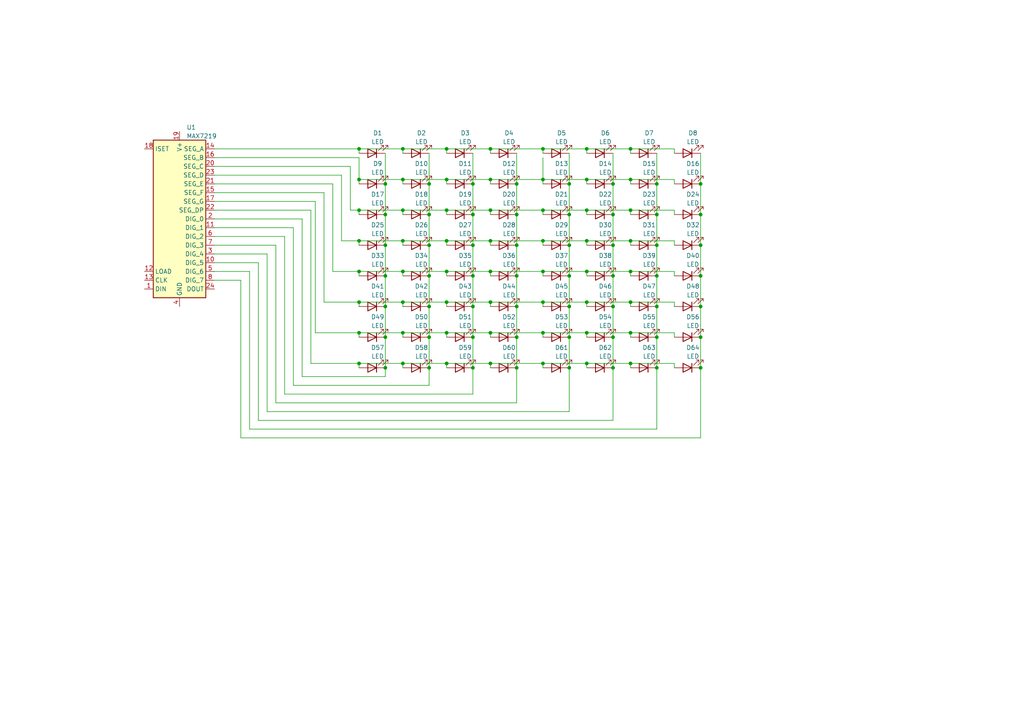
<source format=kicad_sch>
(kicad_sch (version 20211123) (generator eeschema)
  (paper "A4")
  (lib_symbols
    (symbol "Device:LED" (pin_numbers hide) (pin_names (offset 1.016) hide)
      (property "Reference" "D" (at 0 2.54 0))
      (property "Value" "LED" (at 0 -2.54 0))
      (symbol "LED_0_1"
        (polyline (pts (xy -1.27 -1.27) (xy -1.27 1.27)) (stroke (width 0.254)))
        (polyline (pts (xy -1.27 0) (xy 1.27 0)))
        (polyline (pts (xy 1.27 -1.27) (xy 1.27 1.27) (xy -1.27 0) (xy 1.27 -1.27)) (stroke (width 0.254)))
        (polyline (pts (xy -3.048 -0.762) (xy -4.572 -2.286) (xy -3.81 -2.286) (xy -4.572 -2.286) (xy -4.572 -1.524)))
        (polyline (pts (xy -1.778 -0.762) (xy -3.302 -2.286) (xy -2.54 -2.286) (xy -3.302 -2.286) (xy -3.302 -1.524)))
      )
      (symbol "LED_1_1"
        (pin passive line (at -3.81 0 0) (length 2.54) (name "K") (number "1"))
        (pin passive line (at 3.81 0 180) (length 2.54) (name "A") (number "2"))
      )
    )
    (symbol "Driver_LED:MAX7219"
      (property "Reference" "U" (at -6.35 24.13 0))
      (property "Value" "MAX7219" (at 1.27 25.4 0))
      (symbol "MAX7219_0_1"
        (rectangle (start -7.62 22.86) (end 7.62 -22.86) (stroke (width 0.254)) (fill (type background)))
      )
      (symbol "MAX7219_1_1"
        (pin input line (at -10.16 -20.32 0) (length 2.54) (name "DIN") (number "1"))
        (pin output line (at 10.16 -12.7 180) (length 2.54) (name "DIG_5") (number "10"))
        (pin output line (at 10.16 -2.54 180) (length 2.54) (name "DIG_1") (number "11"))
        (pin input line (at -10.16 -15.24 0) (length 2.54) (name "LOAD") (number "12"))
        (pin input line (at -10.16 -17.78 0) (length 2.54) (name "CLK") (number "13"))
        (pin output line (at 10.16 20.32 180) (length 2.54) (name "SEG_A") (number "14"))
        (pin output line (at 10.16 7.62 180) (length 2.54) (name "SEG_F") (number "15"))
        (pin output line (at 10.16 17.78 180) (length 2.54) (name "SEG_B") (number "16"))
        (pin output line (at 10.16 5.08 180) (length 2.54) (name "SEG_G") (number "17"))
        (pin input line (at -10.16 20.32 0) (length 2.54) (name "ISET") (number "18"))
        (pin power_in line (at 0 25.4 270) (length 2.54) (name "V+") (number "19"))
        (pin output line (at 10.16 0 180) (length 2.54) (name "DIG_0") (number "2"))
        (pin output line (at 10.16 15.24 180) (length 2.54) (name "SEG_C") (number "20"))
        (pin output line (at 10.16 10.16 180) (length 2.54) (name "SEG_E") (number "21"))
        (pin output line (at 10.16 2.54 180) (length 2.54) (name "SEG_DP") (number "22"))
        (pin output line (at 10.16 12.7 180) (length 2.54) (name "SEG_D") (number "23"))
        (pin output line (at 10.16 -20.32 180) (length 2.54) (name "DOUT") (number "24"))
        (pin output line (at 10.16 -10.16 180) (length 2.54) (name "DIG_4") (number "3"))
        (pin power_in line (at 0 -25.4 90) (length 2.54) (name "GND") (number "4"))
        (pin output line (at 10.16 -15.24 180) (length 2.54) (name "DIG_6") (number "5"))
        (pin output line (at 10.16 -5.08 180) (length 2.54) (name "DIG_2") (number "6"))
        (pin output line (at 10.16 -7.62 180) (length 2.54) (name "DIG_3") (number "7"))
        (pin output line (at 10.16 -17.78 180) (length 2.54) (name "DIG_7") (number "8"))
        (pin passive line (at 0 -25.4 90) (length 2.54) hide (name "GND") (number "9"))
      )
    )
  )
  (junction (at 190.5 80.01))
  (junction (at 104.14 60.96))
  (junction (at 190.5 62.23))
  (junction (at 111.76 106.68))
  (junction (at 170.18 43.18))
  (junction (at 149.86 106.68))
  (junction (at 165.1 62.23))
  (junction (at 111.76 88.9))
  (junction (at 165.1 106.68))
  (junction (at 157.48 69.85))
  (junction (at 177.8 106.68))
  (junction (at 170.18 52.07))
  (junction (at 203.2 97.79))
  (junction (at 182.88 105.41))
  (junction (at 182.88 69.85))
  (junction (at 203.2 71.12))
  (junction (at 104.14 96.52))
  (junction (at 111.76 62.23))
  (junction (at 190.5 71.12))
  (junction (at 129.54 60.96))
  (junction (at 182.88 96.52))
  (junction (at 104.14 87.63))
  (junction (at 137.16 88.9))
  (junction (at 170.18 69.85))
  (junction (at 190.5 53.34))
  (junction (at 111.76 53.34))
  (junction (at 157.48 105.41))
  (junction (at 129.54 52.07))
  (junction (at 104.14 52.07))
  (junction (at 124.46 71.12))
  (junction (at 111.76 71.12))
  (junction (at 203.2 80.01))
  (junction (at 149.86 62.23))
  (junction (at 129.54 87.63))
  (junction (at 124.46 106.68))
  (junction (at 170.18 96.52))
  (junction (at 142.24 87.63))
  (junction (at 124.46 62.23))
  (junction (at 149.86 80.01))
  (junction (at 177.8 97.79))
  (junction (at 177.8 53.34))
  (junction (at 137.16 80.01))
  (junction (at 142.24 69.85))
  (junction (at 137.16 62.23))
  (junction (at 182.88 78.74))
  (junction (at 182.88 52.07))
  (junction (at 157.48 87.63))
  (junction (at 116.84 105.41))
  (junction (at 142.24 43.18))
  (junction (at 157.48 43.18))
  (junction (at 165.1 97.79))
  (junction (at 165.1 80.01))
  (junction (at 165.1 88.9))
  (junction (at 142.24 105.41))
  (junction (at 182.88 60.96))
  (junction (at 137.16 71.12))
  (junction (at 177.8 80.01))
  (junction (at 129.54 43.18))
  (junction (at 203.2 106.68))
  (junction (at 157.48 60.96))
  (junction (at 104.14 43.18))
  (junction (at 116.84 96.52))
  (junction (at 111.76 80.01))
  (junction (at 177.8 62.23))
  (junction (at 116.84 87.63))
  (junction (at 190.5 97.79))
  (junction (at 157.48 78.74))
  (junction (at 203.2 88.9))
  (junction (at 149.86 53.34))
  (junction (at 129.54 78.74))
  (junction (at 170.18 60.96))
  (junction (at 203.2 62.23))
  (junction (at 142.24 96.52))
  (junction (at 116.84 69.85))
  (junction (at 104.14 78.74))
  (junction (at 149.86 71.12))
  (junction (at 149.86 88.9))
  (junction (at 137.16 106.68))
  (junction (at 116.84 43.18))
  (junction (at 137.16 53.34))
  (junction (at 104.14 105.41))
  (junction (at 142.24 52.07))
  (junction (at 182.88 87.63))
  (junction (at 149.86 97.79))
  (junction (at 170.18 78.74))
  (junction (at 104.14 69.85))
  (junction (at 124.46 88.9))
  (junction (at 157.48 96.52))
  (junction (at 190.5 106.68))
  (junction (at 116.84 78.74))
  (junction (at 177.8 88.9))
  (junction (at 124.46 53.34))
  (junction (at 142.24 60.96))
  (junction (at 129.54 105.41))
  (junction (at 170.18 105.41))
  (junction (at 190.5 88.9))
  (junction (at 203.2 53.34))
  (junction (at 129.54 96.52))
  (junction (at 124.46 80.01))
  (junction (at 137.16 97.79))
  (junction (at 182.88 43.18))
  (junction (at 129.54 69.85))
  (junction (at 170.18 87.63))
  (junction (at 111.76 97.79))
  (junction (at 142.24 78.74))
  (junction (at 116.84 60.96))
  (junction (at 124.46 97.79))
  (junction (at 157.48 52.07))
  (junction (at 165.1 53.34))
  (junction (at 177.8 71.12))
  (junction (at 165.1 71.12))
  (junction (at 116.84 52.07))
  (wire (pts (xy 137.16 97.79) (xy 137.16 106.68)))
  (wire (pts (xy 80.01 116.84) (xy 80.01 71.12)))
  (wire (pts (xy 62.23 43.18) (xy 104.14 43.18)))
  (wire (pts (xy 190.5 44.45) (xy 190.5 53.34)))
  (wire (pts (xy 190.5 88.9) (xy 190.5 97.79)))
  (wire (pts (xy 177.8 88.9) (xy 177.8 97.79)))
  (wire (pts (xy 77.47 73.66) (xy 62.23 73.66)))
  (wire (pts (xy 104.14 105.41) (xy 90.17 105.41)))
  (wire (pts (xy 124.46 71.12) (xy 124.46 80.01)))
  (wire (pts (xy 116.84 52.07) (xy 129.54 52.07)))
  (wire (pts (xy 111.76 106.68) (xy 111.76 109.22)))
  (wire (pts (xy 182.88 88.9) (xy 182.88 87.63)))
  (wire (pts (xy 124.46 53.34) (xy 124.46 62.23)))
  (wire (pts (xy 203.2 88.9) (xy 203.2 97.79)))
  (wire (pts (xy 203.2 80.01) (xy 203.2 88.9)))
  (wire (pts (xy 116.84 44.45) (xy 116.84 43.18)))
  (wire (pts (xy 177.8 62.23) (xy 177.8 71.12)))
  (wire (pts (xy 182.88 78.74) (xy 195.58 78.74)))
  (wire (pts (xy 104.14 60.96) (xy 116.84 60.96)))
  (wire (pts (xy 170.18 69.85) (xy 182.88 69.85)))
  (wire (pts (xy 104.14 105.41) (xy 104.14 106.68)))
  (wire (pts (xy 149.86 71.12) (xy 149.86 80.01)))
  (wire (pts (xy 170.18 97.79) (xy 170.18 96.52)))
  (wire (pts (xy 203.2 53.34) (xy 203.2 62.23)))
  (wire (pts (xy 104.14 87.63) (xy 104.14 88.9)))
  (wire (pts (xy 129.54 71.12) (xy 129.54 69.85)))
  (wire (pts (xy 124.46 106.68) (xy 124.46 111.76)))
  (wire (pts (xy 177.8 53.34) (xy 177.8 62.23)))
  (wire (pts (xy 165.1 53.34) (xy 165.1 62.23)))
  (wire (pts (xy 165.1 80.01) (xy 165.1 88.9)))
  (wire (pts (xy 142.24 80.01) (xy 142.24 78.74)))
  (wire (pts (xy 129.54 87.63) (xy 142.24 87.63)))
  (wire (pts (xy 62.23 48.26) (xy 101.6 48.26)))
  (wire (pts (xy 111.76 53.34) (xy 111.76 62.23)))
  (wire (pts (xy 137.16 106.68) (xy 137.16 114.3)))
  (wire (pts (xy 182.88 60.96) (xy 195.58 60.96)))
  (wire (pts (xy 165.1 88.9) (xy 165.1 97.79)))
  (wire (pts (xy 157.48 52.07) (xy 170.18 52.07)))
  (wire (pts (xy 74.93 121.92) (xy 74.93 76.2)))
  (wire (pts (xy 142.24 96.52) (xy 157.48 96.52)))
  (wire (pts (xy 157.48 69.85) (xy 157.48 71.12)))
  (wire (pts (xy 104.14 69.85) (xy 116.84 69.85)))
  (wire (pts (xy 190.5 80.01) (xy 190.5 88.9)))
  (wire (pts (xy 129.54 52.07) (xy 142.24 52.07)))
  (wire (pts (xy 182.88 43.18) (xy 195.58 43.18)))
  (wire (pts (xy 165.1 106.68) (xy 165.1 119.38)))
  (wire (pts (xy 80.01 71.12) (xy 62.23 71.12)))
  (wire (pts (xy 91.44 96.52) (xy 91.44 58.42)))
  (wire (pts (xy 149.86 44.45) (xy 149.86 53.34)))
  (wire (pts (xy 177.8 121.92) (xy 74.93 121.92)))
  (wire (pts (xy 182.88 87.63) (xy 195.58 87.63)))
  (wire (pts (xy 104.14 87.63) (xy 116.84 87.63)))
  (wire (pts (xy 104.14 78.74) (xy 116.84 78.74)))
  (wire (pts (xy 137.16 71.12) (xy 137.16 80.01)))
  (wire (pts (xy 142.24 88.9) (xy 142.24 87.63)))
  (wire (pts (xy 182.88 106.68) (xy 182.88 105.41)))
  (wire (pts (xy 104.14 78.74) (xy 104.14 80.01)))
  (wire (pts (xy 195.58 106.68) (xy 195.58 105.41)))
  (wire (pts (xy 149.86 53.34) (xy 149.86 62.23)))
  (wire (pts (xy 182.88 96.52) (xy 195.58 96.52)))
  (wire (pts (xy 111.76 88.9) (xy 111.76 97.79)))
  (wire (pts (xy 170.18 80.01) (xy 170.18 78.74)))
  (wire (pts (xy 157.48 43.18) (xy 157.48 44.45)))
  (wire (pts (xy 93.98 87.63) (xy 93.98 55.88)))
  (wire (pts (xy 104.14 60.96) (xy 101.6 60.96)))
  (wire (pts (xy 124.46 88.9) (xy 124.46 97.79)))
  (wire (pts (xy 129.54 97.79) (xy 129.54 96.52)))
  (wire (pts (xy 165.1 71.12) (xy 165.1 80.01)))
  (wire (pts (xy 142.24 53.34) (xy 142.24 52.07)))
  (wire (pts (xy 116.84 69.85) (xy 129.54 69.85)))
  (wire (pts (xy 190.5 106.68) (xy 190.5 124.46)))
  (wire (pts (xy 170.18 53.34) (xy 170.18 52.07)))
  (wire (pts (xy 182.88 52.07) (xy 195.58 52.07)))
  (wire (pts (xy 90.17 105.41) (xy 90.17 60.96)))
  (wire (pts (xy 190.5 53.34) (xy 190.5 62.23)))
  (wire (pts (xy 177.8 71.12) (xy 177.8 80.01)))
  (wire (pts (xy 129.54 69.85) (xy 142.24 69.85)))
  (wire (pts (xy 182.88 97.79) (xy 182.88 96.52)))
  (wire (pts (xy 157.48 87.63) (xy 170.18 87.63)))
  (wire (pts (xy 142.24 52.07) (xy 157.48 52.07)))
  (wire (pts (xy 129.54 80.01) (xy 129.54 78.74)))
  (wire (pts (xy 182.88 80.01) (xy 182.88 78.74)))
  (wire (pts (xy 182.88 53.34) (xy 182.88 52.07)))
  (wire (pts (xy 170.18 78.74) (xy 182.88 78.74)))
  (wire (pts (xy 195.58 62.23) (xy 195.58 60.96)))
  (wire (pts (xy 104.14 52.07) (xy 116.84 52.07)))
  (wire (pts (xy 137.16 88.9) (xy 137.16 97.79)))
  (wire (pts (xy 116.84 60.96) (xy 129.54 60.96)))
  (wire (pts (xy 116.84 62.23) (xy 116.84 60.96)))
  (wire (pts (xy 203.2 71.12) (xy 203.2 80.01)))
  (wire (pts (xy 69.85 127) (xy 69.85 81.28)))
  (wire (pts (xy 142.24 78.74) (xy 157.48 78.74)))
  (wire (pts (xy 149.86 62.23) (xy 149.86 71.12)))
  (wire (pts (xy 116.84 97.79) (xy 116.84 96.52)))
  (wire (pts (xy 124.46 44.45) (xy 124.46 53.34)))
  (wire (pts (xy 111.76 97.79) (xy 111.76 106.68)))
  (wire (pts (xy 129.54 60.96) (xy 142.24 60.96)))
  (wire (pts (xy 142.24 105.41) (xy 157.48 105.41)))
  (wire (pts (xy 142.24 106.68) (xy 142.24 105.41)))
  (wire (pts (xy 104.14 60.96) (xy 104.14 62.23)))
  (wire (pts (xy 165.1 119.38) (xy 77.47 119.38)))
  (wire (pts (xy 195.58 71.12) (xy 195.58 69.85)))
  (wire (pts (xy 129.54 106.68) (xy 129.54 105.41)))
  (wire (pts (xy 157.48 87.63) (xy 157.48 88.9)))
  (wire (pts (xy 129.54 44.45) (xy 129.54 43.18)))
  (wire (pts (xy 116.84 80.01) (xy 116.84 78.74)))
  (wire (pts (xy 124.46 62.23) (xy 124.46 71.12)))
  (wire (pts (xy 170.18 106.68) (xy 170.18 105.41)))
  (wire (pts (xy 104.14 96.52) (xy 104.14 97.79)))
  (wire (pts (xy 129.54 62.23) (xy 129.54 60.96)))
  (wire (pts (xy 190.5 71.12) (xy 190.5 80.01)))
  (wire (pts (xy 149.86 106.68) (xy 149.86 116.84)))
  (wire (pts (xy 104.14 87.63) (xy 93.98 87.63)))
  (wire (pts (xy 111.76 80.01) (xy 111.76 88.9)))
  (wire (pts (xy 137.16 114.3) (xy 82.55 114.3)))
  (wire (pts (xy 157.48 52.07) (xy 157.48 53.34)))
  (wire (pts (xy 157.48 52.07) (xy 157.48 45.72)))
  (wire (pts (xy 177.8 97.79) (xy 177.8 106.68)))
  (wire (pts (xy 137.16 80.01) (xy 137.16 88.9)))
  (wire (pts (xy 157.48 105.41) (xy 170.18 105.41)))
  (wire (pts (xy 137.16 62.23) (xy 137.16 71.12)))
  (wire (pts (xy 142.24 62.23) (xy 142.24 60.96)))
  (wire (pts (xy 157.48 78.74) (xy 170.18 78.74)))
  (wire (pts (xy 72.39 124.46) (xy 190.5 124.46)))
  (wire (pts (xy 104.14 52.07) (xy 104.14 45.72)))
  (wire (pts (xy 62.23 66.04) (xy 85.09 66.04)))
  (wire (pts (xy 170.18 71.12) (xy 170.18 69.85)))
  (wire (pts (xy 170.18 44.45) (xy 170.18 43.18)))
  (wire (pts (xy 149.86 97.79) (xy 149.86 106.68)))
  (wire (pts (xy 149.86 88.9) (xy 149.86 97.79)))
  (wire (pts (xy 72.39 78.74) (xy 72.39 124.46)))
  (wire (pts (xy 104.14 43.18) (xy 116.84 43.18)))
  (wire (pts (xy 165.1 44.45) (xy 165.1 53.34)))
  (wire (pts (xy 170.18 43.18) (xy 182.88 43.18)))
  (wire (pts (xy 203.2 44.45) (xy 203.2 53.34)))
  (wire (pts (xy 203.2 62.23) (xy 203.2 71.12)))
  (wire (pts (xy 203.2 127) (xy 69.85 127)))
  (wire (pts (xy 99.06 69.85) (xy 99.06 50.8)))
  (wire (pts (xy 177.8 80.01) (xy 177.8 88.9)))
  (wire (pts (xy 177.8 106.68) (xy 177.8 121.92)))
  (wire (pts (xy 116.84 96.52) (xy 129.54 96.52)))
  (wire (pts (xy 116.84 87.63) (xy 129.54 87.63)))
  (wire (pts (xy 170.18 62.23) (xy 170.18 60.96)))
  (wire (pts (xy 62.23 76.2) (xy 74.93 76.2)))
  (wire (pts (xy 116.84 78.74) (xy 129.54 78.74)))
  (wire (pts (xy 104.14 105.41) (xy 116.84 105.41)))
  (wire (pts (xy 142.24 87.63) (xy 157.48 87.63)))
  (wire (pts (xy 190.5 97.79) (xy 190.5 106.68)))
  (wire (pts (xy 165.1 97.79) (xy 165.1 106.68)))
  (wire (pts (xy 104.14 43.18) (xy 104.14 44.45)))
  (wire (pts (xy 129.54 96.52) (xy 142.24 96.52)))
  (wire (pts (xy 62.23 45.72) (xy 104.14 45.72)))
  (wire (pts (xy 104.14 78.74) (xy 96.52 78.74)))
  (wire (pts (xy 77.47 119.38) (xy 77.47 73.66)))
  (wire (pts (xy 111.76 62.23) (xy 111.76 71.12)))
  (wire (pts (xy 116.84 105.41) (xy 129.54 105.41)))
  (wire (pts (xy 104.14 69.85) (xy 104.14 71.12)))
  (wire (pts (xy 116.84 71.12) (xy 116.84 69.85)))
  (wire (pts (xy 182.88 69.85) (xy 195.58 69.85)))
  (wire (pts (xy 116.84 53.34) (xy 116.84 52.07)))
  (wire (pts (xy 177.8 44.45) (xy 177.8 53.34)))
  (wire (pts (xy 142.24 44.45) (xy 142.24 43.18)))
  (wire (pts (xy 129.54 53.34) (xy 129.54 52.07)))
  (wire (pts (xy 104.14 69.85) (xy 99.06 69.85)))
  (wire (pts (xy 157.48 105.41) (xy 157.48 106.68)))
  (wire (pts (xy 170.18 87.63) (xy 182.88 87.63)))
  (wire (pts (xy 195.58 53.34) (xy 195.58 52.07)))
  (wire (pts (xy 182.88 105.41) (xy 195.58 105.41)))
  (wire (pts (xy 62.23 78.74) (xy 72.39 78.74)))
  (wire (pts (xy 129.54 88.9) (xy 129.54 87.63)))
  (wire (pts (xy 104.14 96.52) (xy 116.84 96.52)))
  (wire (pts (xy 157.48 60.96) (xy 157.48 62.23)))
  (wire (pts (xy 137.16 44.45) (xy 137.16 53.34)))
  (wire (pts (xy 195.58 88.9) (xy 195.58 87.63)))
  (wire (pts (xy 116.84 106.68) (xy 116.84 105.41)))
  (wire (pts (xy 116.84 43.18) (xy 129.54 43.18)))
  (wire (pts (xy 124.46 80.01) (xy 124.46 88.9)))
  (wire (pts (xy 149.86 80.01) (xy 149.86 88.9)))
  (wire (pts (xy 157.48 96.52) (xy 157.48 97.79)))
  (wire (pts (xy 96.52 53.34) (xy 62.23 53.34)))
  (wire (pts (xy 104.14 52.07) (xy 104.14 53.34)))
  (wire (pts (xy 62.23 55.88) (xy 93.98 55.88)))
  (wire (pts (xy 62.23 50.8) (xy 99.06 50.8)))
  (wire (pts (xy 116.84 88.9) (xy 116.84 87.63)))
  (wire (pts (xy 111.76 44.45) (xy 111.76 53.34)))
  (wire (pts (xy 157.48 69.85) (xy 170.18 69.85)))
  (wire (pts (xy 203.2 97.79) (xy 203.2 106.68)))
  (wire (pts (xy 182.88 44.45) (xy 182.88 43.18)))
  (wire (pts (xy 157.48 96.52) (xy 170.18 96.52)))
  (wire (pts (xy 170.18 52.07) (xy 182.88 52.07)))
  (wire (pts (xy 195.58 97.79) (xy 195.58 96.52)))
  (wire (pts (xy 111.76 109.22) (xy 87.63 109.22)))
  (wire (pts (xy 170.18 88.9) (xy 170.18 87.63)))
  (wire (pts (xy 182.88 62.23) (xy 182.88 60.96)))
  (wire (pts (xy 182.88 71.12) (xy 182.88 69.85)))
  (wire (pts (xy 62.23 60.96) (xy 90.17 60.96)))
  (wire (pts (xy 85.09 111.76) (xy 85.09 66.04)))
  (wire (pts (xy 129.54 43.18) (xy 142.24 43.18)))
  (wire (pts (xy 195.58 44.45) (xy 195.58 43.18)))
  (wire (pts (xy 69.85 81.28) (xy 62.23 81.28)))
  (wire (pts (xy 101.6 60.96) (xy 101.6 48.26)))
  (wire (pts (xy 142.24 60.96) (xy 157.48 60.96)))
  (wire (pts (xy 149.86 116.84) (xy 80.01 116.84)))
  (wire (pts (xy 87.63 63.5) (xy 62.23 63.5)))
  (wire (pts (xy 142.24 43.18) (xy 157.48 43.18)))
  (wire (pts (xy 170.18 105.41) (xy 182.88 105.41)))
  (wire (pts (xy 124.46 97.79) (xy 124.46 106.68)))
  (wire (pts (xy 142.24 71.12) (xy 142.24 69.85)))
  (wire (pts (xy 170.18 96.52) (xy 182.88 96.52)))
  (wire (pts (xy 104.14 96.52) (xy 91.44 96.52)))
  (wire (pts (xy 190.5 62.23) (xy 190.5 71.12)))
  (wire (pts (xy 129.54 105.41) (xy 142.24 105.41)))
  (wire (pts (xy 142.24 69.85) (xy 157.48 69.85)))
  (wire (pts (xy 124.46 111.76) (xy 85.09 111.76)))
  (wire (pts (xy 96.52 78.74) (xy 96.52 53.34)))
  (wire (pts (xy 195.58 80.01) (xy 195.58 78.74)))
  (wire (pts (xy 165.1 62.23) (xy 165.1 71.12)))
  (wire (pts (xy 87.63 109.22) (xy 87.63 63.5)))
  (wire (pts (xy 82.55 114.3) (xy 82.55 68.58)))
  (wire (pts (xy 62.23 58.42) (xy 91.44 58.42)))
  (wire (pts (xy 170.18 60.96) (xy 182.88 60.96)))
  (wire (pts (xy 203.2 106.68) (xy 203.2 127)))
  (wire (pts (xy 62.23 68.58) (xy 82.55 68.58)))
  (wire (pts (xy 157.48 78.74) (xy 157.48 80.01)))
  (wire (pts (xy 111.76 71.12) (xy 111.76 80.01)))
  (wire (pts (xy 142.24 97.79) (xy 142.24 96.52)))
  (wire (pts (xy 129.54 78.74) (xy 142.24 78.74)))
  (wire (pts (xy 157.48 43.18) (xy 170.18 43.18)))
  (wire (pts (xy 137.16 53.34) (xy 137.16 62.23)))
  (wire (pts (xy 157.48 60.96) (xy 170.18 60.96)))
  (symbol (lib_id "Device:LED") (at 133.35 80.01 180) (unit 1)
    (property "Reference" "D35" (at 134.9375 74.1512 0))
    (property "Value" "LED" (at 134.9375 76.6881 0))
    (property "Footprint" "LED_SMD:LED_0603_1608Metric" (effects hide))
  )
  (symbol (lib_id "Device:LED") (at 146.05 62.23 180) (unit 1)
    (property "Reference" "D20" (at 147.6375 56.3712 0))
    (property "Value" "LED" (at 147.6375 58.9081 0))
    (property "Footprint" "LED_SMD:LED_0603_1608Metric" (effects hide))
  )
  (symbol (lib_id "Device:LED") (at 133.35 88.9 180) (unit 1)
    (property "Reference" "D43" (at 134.9375 83.0412 0))
    (property "Value" "LED" (at 134.9375 85.5781 0))
    (property "Footprint" "LED_SMD:LED_0603_1608Metric" (effects hide))
  )
  (symbol (lib_id "Device:LED") (at 161.29 44.45 180) (unit 1)
    (property "Reference" "D5" (at 162.8775 38.5912 0))
    (property "Value" "LED" (at 162.8775 41.1281 0))
    (property "Footprint" "LED_SMD:LED_0603_1608Metric" (effects hide))
  )
  (symbol (lib_id "Device:LED") (at 161.29 80.01 180) (unit 1)
    (property "Reference" "D37" (at 162.8775 74.1512 0))
    (property "Value" "LED" (at 162.8775 76.6881 0))
    (property "Footprint" "LED_SMD:LED_0603_1608Metric" (effects hide))
  )
  (symbol (lib_id "Device:LED") (at 133.35 62.23 180) (unit 1)
    (property "Reference" "D19" (at 134.9375 56.3712 0))
    (property "Value" "LED" (at 134.9375 58.9081 0))
    (property "Footprint" "LED_SMD:LED_0603_1608Metric" (effects hide))
  )
  (symbol (lib_id "Device:LED") (at 161.29 106.68 180) (unit 1)
    (property "Reference" "D61" (at 162.8775 100.8212 0))
    (property "Value" "LED" (at 162.8775 103.3581 0))
    (property "Footprint" "LED_SMD:LED_0603_1608Metric" (effects hide))
  )
  (symbol (lib_id "Device:LED") (at 173.99 88.9 180) (unit 1)
    (property "Reference" "D46" (at 175.5775 83.0412 0))
    (property "Value" "LED" (at 175.5775 85.5781 0))
    (property "Footprint" "LED_SMD:LED_0603_1608Metric" (effects hide))
  )
  (symbol (lib_id "Device:LED") (at 199.39 53.34 180) (unit 1)
    (property "Reference" "D16" (at 200.9775 47.4812 0))
    (property "Value" "LED" (at 200.9775 50.0181 0))
    (property "Footprint" "LED_SMD:LED_0603_1608Metric" (effects hide))
  )
  (symbol (lib_id "Device:LED") (at 133.35 97.79 180) (unit 1)
    (property "Reference" "D51" (at 134.9375 91.9312 0))
    (property "Value" "LED" (at 134.9375 94.4681 0))
    (property "Footprint" "LED_SMD:LED_0603_1608Metric" (effects hide))
  )
  (symbol (lib_id "Device:LED") (at 107.95 80.01 180) (unit 1)
    (property "Reference" "D33" (at 109.5375 74.1512 0))
    (property "Value" "LED" (at 109.5375 76.6881 0))
    (property "Footprint" "LED_SMD:LED_0603_1608Metric" (effects hide))
  )
  (symbol (lib_id "Device:LED") (at 107.95 53.34 180) (unit 1)
    (property "Reference" "D9" (at 109.5375 47.4812 0))
    (property "Value" "LED" (at 109.5375 50.0181 0))
    (property "Footprint" "LED_SMD:LED_0603_1608Metric" (effects hide))
  )
  (symbol (lib_id "Device:LED") (at 146.05 53.34 180) (unit 1)
    (property "Reference" "D12" (at 147.6375 47.4812 0))
    (property "Value" "LED" (at 147.6375 50.0181 0))
    (property "Footprint" "LED_SMD:LED_0603_1608Metric" (effects hide))
  )
  (symbol (lib_id "Device:LED") (at 107.95 44.45 180) (unit 1)
    (property "Reference" "D1" (at 109.5375 38.5912 0))
    (property "Value" "LED" (at 109.5375 41.1281 0))
    (property "Footprint" "LED_SMD:LED_0603_1608Metric" (effects hide))
  )
  (symbol (lib_id "Device:LED") (at 107.95 62.23 180) (unit 1)
    (property "Reference" "D17" (at 109.5375 56.3712 0))
    (property "Value" "LED" (at 109.5375 58.9081 0))
    (property "Footprint" "LED_SMD:LED_0603_1608Metric" (effects hide))
  )
  (symbol (lib_id "Device:LED") (at 199.39 80.01 180) (unit 1)
    (property "Reference" "D40" (at 200.9775 74.1512 0))
    (property "Value" "LED" (at 200.9775 76.6881 0))
    (property "Footprint" "LED_SMD:LED_0603_1608Metric" (effects hide))
  )
  (symbol (lib_id "Device:LED") (at 133.35 106.68 180) (unit 1)
    (property "Reference" "D59" (at 134.9375 100.8212 0))
    (property "Value" "LED" (at 134.9375 103.3581 0))
    (property "Footprint" "LED_SMD:LED_0603_1608Metric" (effects hide))
  )
  (symbol (lib_id "Device:LED") (at 173.99 80.01 180) (unit 1)
    (property "Reference" "D38" (at 175.5775 74.1512 0))
    (property "Value" "LED" (at 175.5775 76.6881 0))
    (property "Footprint" "LED_SMD:LED_0603_1608Metric" (effects hide))
  )
  (symbol (lib_id "Device:LED") (at 120.65 106.68 180) (unit 1)
    (property "Reference" "D58" (at 122.2375 100.8212 0))
    (property "Value" "LED" (at 122.2375 103.3581 0))
    (property "Footprint" "LED_SMD:LED_0603_1608Metric" (effects hide))
  )
  (symbol (lib_id "Device:LED") (at 146.05 44.45 180) (unit 1)
    (property "Reference" "D4" (at 147.6375 38.5912 0))
    (property "Value" "LED" (at 147.6375 41.1281 0))
    (property "Footprint" "LED_SMD:LED_0603_1608Metric" (effects hide))
  )
  (symbol (lib_id "Device:LED") (at 199.39 62.23 180) (unit 1)
    (property "Reference" "D24" (at 200.9775 56.3712 0))
    (property "Value" "LED" (at 200.9775 58.9081 0))
    (property "Footprint" "LED_SMD:LED_0603_1608Metric" (effects hide))
  )
  (symbol (lib_id "Device:LED") (at 186.69 97.79 180) (unit 1)
    (property "Reference" "D55" (at 188.2775 91.9312 0))
    (property "Value" "LED" (at 188.2775 94.4681 0))
    (property "Footprint" "LED_SMD:LED_0603_1608Metric" (effects hide))
  )
  (symbol (lib_id "Device:LED") (at 199.39 88.9 180) (unit 1)
    (property "Reference" "D48" (at 200.9775 83.0412 0))
    (property "Value" "LED" (at 200.9775 85.5781 0))
    (property "Footprint" "LED_SMD:LED_0603_1608Metric" (effects hide))
  )
  (symbol (lib_id "Device:LED") (at 146.05 88.9 180) (unit 1)
    (property "Reference" "D44" (at 147.6375 83.0412 0))
    (property "Value" "LED" (at 147.6375 85.5781 0))
    (property "Footprint" "LED_SMD:LED_0603_1608Metric" (effects hide))
  )
  (symbol (lib_id "Device:LED") (at 199.39 71.12 180) (unit 1)
    (property "Reference" "D32" (at 200.9775 65.2612 0))
    (property "Value" "LED" (at 200.9775 67.7981 0))
    (property "Footprint" "LED_SMD:LED_0603_1608Metric" (effects hide))
  )
  (symbol (lib_id "Device:LED") (at 120.65 71.12 180) (unit 1)
    (property "Reference" "D26" (at 122.2375 65.2612 0))
    (property "Value" "LED" (at 122.2375 67.7981 0))
    (property "Footprint" "LED_SMD:LED_0603_1608Metric" (effects hide))
  )
  (symbol (lib_id "Device:LED") (at 107.95 106.68 180) (unit 1)
    (property "Reference" "D57" (at 109.5375 100.8212 0))
    (property "Value" "LED" (at 109.5375 103.3581 0))
    (property "Footprint" "LED_SMD:LED_0603_1608Metric" (effects hide))
  )
  (symbol (lib_id "Device:LED") (at 133.35 71.12 180) (unit 1)
    (property "Reference" "D27" (at 134.9375 65.2612 0))
    (property "Value" "LED" (at 134.9375 67.7981 0))
    (property "Footprint" "LED_SMD:LED_0603_1608Metric" (effects hide))
  )
  (symbol (lib_id "Device:LED") (at 161.29 88.9 180) (unit 1)
    (property "Reference" "D45" (at 162.8775 83.0412 0))
    (property "Value" "LED" (at 162.8775 85.5781 0))
    (property "Footprint" "LED_SMD:LED_0603_1608Metric" (effects hide))
  )
  (symbol (lib_id "Device:LED") (at 107.95 88.9 180) (unit 1)
    (property "Reference" "D41" (at 109.5375 83.0412 0))
    (property "Value" "LED" (at 109.5375 85.5781 0))
    (property "Footprint" "LED_SMD:LED_0603_1608Metric" (effects hide))
  )
  (symbol (lib_id "Device:LED") (at 199.39 106.68 180) (unit 1)
    (property "Reference" "D64" (at 200.9775 100.8212 0))
    (property "Value" "LED" (at 200.9775 103.3581 0))
    (property "Footprint" "LED_SMD:LED_0603_1608Metric" (effects hide))
  )
  (symbol (lib_id "Device:LED") (at 107.95 71.12 180) (unit 1)
    (property "Reference" "D25" (at 109.5375 65.2612 0))
    (property "Value" "LED" (at 109.5375 67.7981 0))
    (property "Footprint" "LED_SMD:LED_0603_1608Metric" (effects hide))
  )
  (symbol (lib_id "Device:LED") (at 120.65 44.45 180) (unit 1)
    (property "Reference" "D2" (at 122.2375 38.5912 0))
    (property "Value" "LED" (at 122.2375 41.1281 0))
    (property "Footprint" "LED_SMD:LED_0603_1608Metric" (effects hide))
  )
  (symbol (lib_id "Device:LED") (at 120.65 80.01 180) (unit 1)
    (property "Reference" "D34" (at 122.2375 74.1512 0))
    (property "Value" "LED" (at 122.2375 76.6881 0))
    (property "Footprint" "LED_SMD:LED_0603_1608Metric" (effects hide))
  )
  (symbol (lib_id "Device:LED") (at 186.69 44.45 180) (unit 1)
    (property "Reference" "D7" (at 188.2775 38.5912 0))
    (property "Value" "LED" (at 188.2775 41.1281 0))
    (property "Footprint" "LED_SMD:LED_0603_1608Metric" (effects hide))
  )
  (symbol (lib_id "Device:LED") (at 186.69 88.9 180) (unit 1)
    (property "Reference" "D47" (at 188.2775 83.0412 0))
    (property "Value" "LED" (at 188.2775 85.5781 0))
    (property "Footprint" "LED_SMD:LED_0603_1608Metric" (effects hide))
  )
  (symbol (lib_id "Device:LED") (at 161.29 71.12 180) (unit 1)
    (property "Reference" "D29" (at 162.8775 65.2612 0))
    (property "Value" "LED" (at 162.8775 67.7981 0))
    (property "Footprint" "LED_SMD:LED_0603_1608Metric" (effects hide))
  )
  (symbol (lib_id "Device:LED") (at 161.29 53.34 180) (unit 1)
    (property "Reference" "D13" (at 162.8775 47.4812 0))
    (property "Value" "LED" (at 162.8775 50.0181 0))
    (property "Footprint" "LED_SMD:LED_0603_1608Metric" (effects hide))
  )
  (symbol (lib_id "Device:LED") (at 173.99 62.23 180) (unit 1)
    (property "Reference" "D22" (at 175.5775 56.3712 0))
    (property "Value" "LED" (at 175.5775 58.9081 0))
    (property "Footprint" "LED_SMD:LED_0603_1608Metric" (effects hide))
  )
  (symbol (lib_id "Device:LED") (at 186.69 80.01 180) (unit 1)
    (property "Reference" "D39" (at 188.2775 74.1512 0))
    (property "Value" "LED" (at 188.2775 76.6881 0))
    (property "Footprint" "LED_SMD:LED_0603_1608Metric" (effects hide))
  )
  (symbol (lib_id "Device:LED") (at 133.35 44.45 180) (unit 1)
    (property "Reference" "D3" (at 134.9375 38.5912 0))
    (property "Value" "LED" (at 134.9375 41.1281 0))
    (property "Footprint" "LED_SMD:LED_0603_1608Metric" (effects hide))
  )
  (symbol (lib_id "Device:LED") (at 107.95 97.79 180) (unit 1)
    (property "Reference" "D49" (at 109.5375 91.9312 0))
    (property "Value" "LED" (at 109.5375 94.4681 0))
    (property "Footprint" "LED_SMD:LED_0603_1608Metric" (effects hide))
  )
  (symbol (lib_id "Device:LED") (at 199.39 97.79 180) (unit 1)
    (property "Reference" "D56" (at 200.9775 91.9312 0))
    (property "Value" "LED" (at 200.9775 94.4681 0))
    (property "Footprint" "LED_SMD:LED_0603_1608Metric" (effects hide))
  )
  (symbol (lib_id "Device:LED") (at 173.99 44.45 180) (unit 1)
    (property "Reference" "D6" (at 175.5775 38.5912 0))
    (property "Value" "LED" (at 175.5775 41.1281 0))
    (property "Footprint" "LED_SMD:LED_0603_1608Metric" (effects hide))
  )
  (symbol (lib_id "Device:LED") (at 146.05 97.79 180) (unit 1)
    (property "Reference" "D52" (at 147.6375 91.9312 0))
    (property "Value" "LED" (at 147.6375 94.4681 0))
    (property "Footprint" "LED_SMD:LED_0603_1608Metric" (effects hide))
  )
  (symbol (lib_id "Device:LED") (at 120.65 53.34 180) (unit 1)
    (property "Reference" "D10" (at 122.2375 47.4812 0))
    (property "Value" "LED" (at 122.2375 50.0181 0))
    (property "Footprint" "LED_SMD:LED_0603_1608Metric" (effects hide))
  )
  (symbol (lib_id "Device:LED") (at 146.05 80.01 180) (unit 1)
    (property "Reference" "D36" (at 147.6375 74.1512 0))
    (property "Value" "LED" (at 147.6375 76.6881 0))
    (property "Footprint" "LED_SMD:LED_0603_1608Metric" (effects hide))
  )
  (symbol (lib_id "Device:LED") (at 186.69 53.34 180) (unit 1)
    (property "Reference" "D15" (at 188.2775 47.4812 0))
    (property "Value" "LED" (at 188.2775 50.0181 0))
    (property "Footprint" "LED_SMD:LED_0603_1608Metric" (effects hide))
  )
  (symbol (lib_id "Device:LED") (at 120.65 88.9 180) (unit 1)
    (property "Reference" "D42" (at 122.2375 83.0412 0))
    (property "Value" "LED" (at 122.2375 85.5781 0))
    (property "Footprint" "LED_SMD:LED_0603_1608Metric" (effects hide))
  )
  (symbol (lib_id "Device:LED") (at 186.69 62.23 180) (unit 1)
    (property "Reference" "D23" (at 188.2775 56.3712 0))
    (property "Value" "LED" (at 188.2775 58.9081 0))
    (property "Footprint" "LED_SMD:LED_0603_1608Metric" (effects hide))
  )
  (symbol (lib_id "Device:LED") (at 161.29 97.79 180) (unit 1)
    (property "Reference" "D53" (at 162.8775 91.9312 0))
    (property "Value" "LED" (at 162.8775 94.4681 0))
    (property "Footprint" "LED_SMD:LED_0603_1608Metric" (effects hide))
  )
  (symbol (lib_id "Device:LED") (at 133.35 53.34 180) (unit 1)
    (property "Reference" "D11" (at 134.9375 47.4812 0))
    (property "Value" "LED" (at 134.9375 50.0181 0))
    (property "Footprint" "LED_SMD:LED_0603_1608Metric" (effects hide))
  )
  (symbol (lib_id "Device:LED") (at 146.05 71.12 180) (unit 1)
    (property "Reference" "D28" (at 147.6375 65.2612 0))
    (property "Value" "LED" (at 147.6375 67.7981 0))
    (property "Footprint" "LED_SMD:LED_0603_1608Metric" (effects hide))
  )
  (symbol (lib_id "Device:LED") (at 173.99 71.12 180) (unit 1)
    (property "Reference" "D30" (at 175.5775 65.2612 0))
    (property "Value" "LED" (at 175.5775 67.7981 0))
    (property "Footprint" "LED_SMD:LED_0603_1608Metric" (effects hide))
  )
  (symbol (lib_id "Device:LED") (at 173.99 97.79 180) (unit 1)
    (property "Reference" "D54" (at 175.5775 91.9312 0))
    (property "Value" "LED" (at 175.5775 94.4681 0))
    (property "Footprint" "LED_SMD:LED_0603_1608Metric" (effects hide))
  )
  (symbol (lib_id "Device:LED") (at 120.65 97.79 180) (unit 1)
    (property "Reference" "D50" (at 122.2375 91.9312 0))
    (property "Value" "LED" (at 122.2375 94.4681 0))
    (property "Footprint" "LED_SMD:LED_0603_1608Metric" (effects hide))
  )
  (symbol (lib_id "Device:LED") (at 186.69 71.12 180) (unit 1)
    (property "Reference" "D31" (at 188.2775 65.2612 0))
    (property "Value" "LED" (at 188.2775 67.7981 0))
    (property "Footprint" "LED_SMD:LED_0603_1608Metric" (effects hide))
  )
  (symbol (lib_id "Device:LED") (at 120.65 62.23 180) (unit 1)
    (property "Reference" "D18" (at 122.2375 56.3712 0))
    (property "Value" "LED" (at 122.2375 58.9081 0))
    (property "Footprint" "LED_SMD:LED_0603_1608Metric" (effects hide))
  )
  (symbol (lib_id "Device:LED") (at 173.99 53.34 180) (unit 1)
    (property "Reference" "D14" (at 175.5775 47.4812 0))
    (property "Value" "LED" (at 175.5775 50.0181 0))
    (property "Footprint" "LED_SMD:LED_0603_1608Metric" (effects hide))
  )
  (symbol (lib_id "Device:LED") (at 199.39 44.45 180) (unit 1)
    (property "Reference" "D8" (at 200.9775 38.5912 0))
    (property "Value" "LED" (at 200.9775 41.1281 0))
    (property "Footprint" "LED_SMD:LED_0603_1608Metric" (effects hide))
  )
  (symbol (lib_id "Device:LED") (at 186.69 106.68 180) (unit 1)
    (property "Reference" "D63" (at 188.2775 100.8212 0))
    (property "Value" "LED" (at 188.2775 103.3581 0))
    (property "Footprint" "LED_SMD:LED_0603_1608Metric" (effects hide))
  )
  (symbol (lib_id "Device:LED") (at 161.29 62.23 180) (unit 1)
    (property "Reference" "D21" (at 162.8775 56.3712 0))
    (property "Value" "LED" (at 162.8775 58.9081 0))
    (property "Footprint" "LED_SMD:LED_0603_1608Metric" (effects hide))
  )
  (symbol (lib_id "Device:LED") (at 146.05 106.68 180) (unit 1)
    (property "Reference" "D60" (at 147.6375 100.8212 0))
    (property "Value" "LED" (at 147.6375 103.3581 0))
    (property "Footprint" "LED_SMD:LED_0603_1608Metric" (effects hide))
  )
  (symbol (lib_id "Driver_LED:MAX7219") (at 52.07 63.5 0) (unit 1)
    (property "Reference" "U1" (at 54.0894 36.9402 0) (effects (justify left)))
    (property "Value" "MAX7219" (at 54.0894 39.4771 0) (effects (justify left)))
    (property "Footprint" "Package_SO:SOP-24_7.5x15.4mm_P1.27mm" (effects hide))
    (property "Datasheet" "https://datasheets.maximintegrated.com/en/ds/MAX7219-MAX7221.pdf" (effects hide))
  )
  (symbol (lib_id "Device:LED") (at 173.99 106.68 180) (unit 1)
    (property "Reference" "D62" (at 175.5775 100.8212 0))
    (property "Value" "LED" (at 175.5775 103.3581 0))
    (property "Footprint" "LED_SMD:LED_0603_1608Metric" (effects hide))
  )
)
</source>
